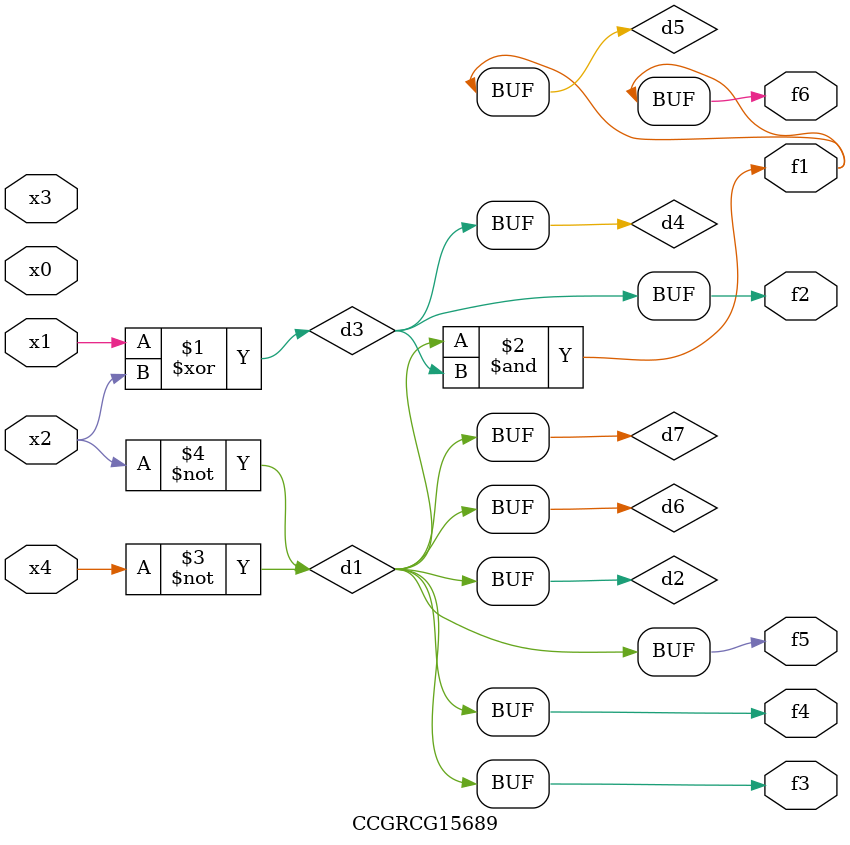
<source format=v>
module CCGRCG15689(
	input x0, x1, x2, x3, x4,
	output f1, f2, f3, f4, f5, f6
);

	wire d1, d2, d3, d4, d5, d6, d7;

	not (d1, x4);
	not (d2, x2);
	xor (d3, x1, x2);
	buf (d4, d3);
	and (d5, d1, d3);
	buf (d6, d1, d2);
	buf (d7, d2);
	assign f1 = d5;
	assign f2 = d4;
	assign f3 = d7;
	assign f4 = d7;
	assign f5 = d7;
	assign f6 = d5;
endmodule

</source>
